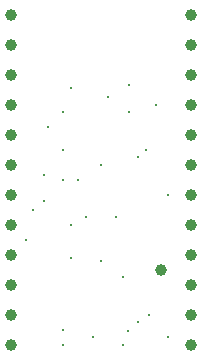
<source format=gbr>
%TF.GenerationSoftware,KiCad,Pcbnew,5.1.6+dfsg1-1~bpo10+1*%
%TF.CreationDate,2020-07-13T20:25:27+00:00*%
%TF.ProjectId,ProMicro_LOG,50726f4d-6963-4726-9f5f-4c4f472e6b69,v1.0*%
%TF.SameCoordinates,Original*%
%TF.FileFunction,Plated,1,2,PTH,Drill*%
%TF.FilePolarity,Positive*%
%FSLAX46Y46*%
G04 Gerber Fmt 4.6, Leading zero omitted, Abs format (unit mm)*
G04 Created by KiCad (PCBNEW 5.1.6+dfsg1-1~bpo10+1) date 2020-07-13 20:25:27*
%MOMM*%
%LPD*%
G01*
G04 APERTURE LIST*
%TA.AperFunction,ViaDrill*%
%ADD10C,0.200000*%
%TD*%
%TA.AperFunction,ViaDrill*%
%ADD11C,0.300000*%
%TD*%
%TA.AperFunction,ComponentDrill*%
%ADD12C,1.000000*%
%TD*%
G04 APERTURE END LIST*
D10*
X-13970000Y8890000D03*
X-12446000Y14351000D03*
X-12446000Y12192000D03*
X-12065000Y18415000D03*
X-10795000Y19685000D03*
X-10795000Y16510000D03*
X-10795000Y13970000D03*
X-10795000Y1270000D03*
X-10795000Y0D03*
X-10160000Y21717000D03*
X-10160000Y10160000D03*
X-10160000Y7366000D03*
X-9525000Y13970000D03*
X-8890000Y10795000D03*
X-8255000Y635000D03*
X-7620000Y15240000D03*
X-7620000Y7112000D03*
X-6350000Y10795000D03*
X-5715000Y5699990D03*
X-5700000Y-15000D03*
X-5334000Y1143000D03*
X-5207000Y21971000D03*
X-5207000Y19685000D03*
X-4445020Y1905020D03*
X-4445000Y15875000D03*
X-3810002Y16509998D03*
X-3556000Y2540000D03*
X-1905000Y12700000D03*
X-1905000Y635000D03*
D11*
X-13335000Y11430000D03*
X-6985000Y20955000D03*
X-2921000Y20320000D03*
D12*
%TO.C,TP1*%
X-2540000Y6350000D03*
%TO.C,A1*%
X-15240000Y27940000D03*
X-15240000Y25400000D03*
X-15240000Y22860000D03*
X-15240000Y20320000D03*
X-15240000Y17780000D03*
X-15240000Y15240000D03*
X-15240000Y12700000D03*
X-15240000Y10160000D03*
X-15240000Y7620000D03*
X-15240000Y5080000D03*
X-15240000Y2540000D03*
X-15240000Y0D03*
X0Y27940000D03*
X0Y25400000D03*
X0Y22860000D03*
X0Y20320000D03*
X0Y17780000D03*
X0Y15240000D03*
X0Y12700000D03*
X0Y10160000D03*
X0Y7620000D03*
X0Y5080000D03*
X0Y2540000D03*
X0Y0D03*
M02*

</source>
